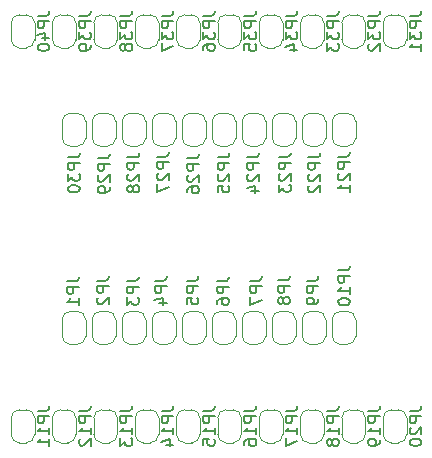
<source format=gbr>
G04 #@! TF.GenerationSoftware,KiCad,Pcbnew,5.1.5+dfsg1-2build2*
G04 #@! TF.CreationDate,2022-09-28T16:30:02-05:00*
G04 #@! TF.ProjectId,C12,4331322e-6b69-4636-9164-5f7063625858,rev?*
G04 #@! TF.SameCoordinates,Original*
G04 #@! TF.FileFunction,Legend,Bot*
G04 #@! TF.FilePolarity,Positive*
%FSLAX46Y46*%
G04 Gerber Fmt 4.6, Leading zero omitted, Abs format (unit mm)*
G04 Created by KiCad (PCBNEW 5.1.5+dfsg1-2build2) date 2022-09-28 16:30:02*
%MOMM*%
%LPD*%
G04 APERTURE LIST*
%ADD10C,0.120000*%
%ADD11C,0.150000*%
G04 APERTURE END LIST*
D10*
X24300000Y-28110000D02*
X24300000Y-26710000D01*
X23600000Y-26010000D02*
X23000000Y-26010000D01*
X22300000Y-26710000D02*
X22300000Y-28110000D01*
X23000000Y-28810000D02*
X23600000Y-28810000D01*
X23600000Y-28810000D02*
G75*
G03X24300000Y-28110000I0J700000D01*
G01*
X22300000Y-28110000D02*
G75*
G03X23000000Y-28810000I700000J0D01*
G01*
X23000000Y-26010000D02*
G75*
G03X22300000Y-26710000I0J-700000D01*
G01*
X24300000Y-26710000D02*
G75*
G03X23600000Y-26010000I-700000J0D01*
G01*
X27800000Y-28110000D02*
X27800000Y-26710000D01*
X27100000Y-26010000D02*
X26500000Y-26010000D01*
X25800000Y-26710000D02*
X25800000Y-28110000D01*
X26500000Y-28810000D02*
X27100000Y-28810000D01*
X27100000Y-28810000D02*
G75*
G03X27800000Y-28110000I0J700000D01*
G01*
X25800000Y-28110000D02*
G75*
G03X26500000Y-28810000I700000J0D01*
G01*
X26500000Y-26010000D02*
G75*
G03X25800000Y-26710000I0J-700000D01*
G01*
X27800000Y-26710000D02*
G75*
G03X27100000Y-26010000I-700000J0D01*
G01*
X31300000Y-28110000D02*
X31300000Y-26710000D01*
X30600000Y-26010000D02*
X30000000Y-26010000D01*
X29300000Y-26710000D02*
X29300000Y-28110000D01*
X30000000Y-28810000D02*
X30600000Y-28810000D01*
X30600000Y-28810000D02*
G75*
G03X31300000Y-28110000I0J700000D01*
G01*
X29300000Y-28110000D02*
G75*
G03X30000000Y-28810000I700000J0D01*
G01*
X30000000Y-26010000D02*
G75*
G03X29300000Y-26710000I0J-700000D01*
G01*
X31300000Y-26710000D02*
G75*
G03X30600000Y-26010000I-700000J0D01*
G01*
X34800000Y-28110000D02*
X34800000Y-26710000D01*
X34100000Y-26010000D02*
X33500000Y-26010000D01*
X32800000Y-26710000D02*
X32800000Y-28110000D01*
X33500000Y-28810000D02*
X34100000Y-28810000D01*
X34100000Y-28810000D02*
G75*
G03X34800000Y-28110000I0J700000D01*
G01*
X32800000Y-28110000D02*
G75*
G03X33500000Y-28810000I700000J0D01*
G01*
X33500000Y-26010000D02*
G75*
G03X32800000Y-26710000I0J-700000D01*
G01*
X34800000Y-26710000D02*
G75*
G03X34100000Y-26010000I-700000J0D01*
G01*
X38300000Y-28110000D02*
X38300000Y-26710000D01*
X37600000Y-26010000D02*
X37000000Y-26010000D01*
X36300000Y-26710000D02*
X36300000Y-28110000D01*
X37000000Y-28810000D02*
X37600000Y-28810000D01*
X37600000Y-28810000D02*
G75*
G03X38300000Y-28110000I0J700000D01*
G01*
X36300000Y-28110000D02*
G75*
G03X37000000Y-28810000I700000J0D01*
G01*
X37000000Y-26010000D02*
G75*
G03X36300000Y-26710000I0J-700000D01*
G01*
X38300000Y-26710000D02*
G75*
G03X37600000Y-26010000I-700000J0D01*
G01*
X41800000Y-28110000D02*
X41800000Y-26710000D01*
X41100000Y-26010000D02*
X40500000Y-26010000D01*
X39800000Y-26710000D02*
X39800000Y-28110000D01*
X40500000Y-28810000D02*
X41100000Y-28810000D01*
X41100000Y-28810000D02*
G75*
G03X41800000Y-28110000I0J700000D01*
G01*
X39800000Y-28110000D02*
G75*
G03X40500000Y-28810000I700000J0D01*
G01*
X40500000Y-26010000D02*
G75*
G03X39800000Y-26710000I0J-700000D01*
G01*
X41800000Y-26710000D02*
G75*
G03X41100000Y-26010000I-700000J0D01*
G01*
X45300000Y-28110000D02*
X45300000Y-26710000D01*
X44600000Y-26010000D02*
X44000000Y-26010000D01*
X43300000Y-26710000D02*
X43300000Y-28110000D01*
X44000000Y-28810000D02*
X44600000Y-28810000D01*
X44600000Y-28810000D02*
G75*
G03X45300000Y-28110000I0J700000D01*
G01*
X43300000Y-28110000D02*
G75*
G03X44000000Y-28810000I700000J0D01*
G01*
X44000000Y-26010000D02*
G75*
G03X43300000Y-26710000I0J-700000D01*
G01*
X45300000Y-26710000D02*
G75*
G03X44600000Y-26010000I-700000J0D01*
G01*
X48800000Y-28110000D02*
X48800000Y-26710000D01*
X48100000Y-26010000D02*
X47500000Y-26010000D01*
X46800000Y-26710000D02*
X46800000Y-28110000D01*
X47500000Y-28810000D02*
X48100000Y-28810000D01*
X48100000Y-28810000D02*
G75*
G03X48800000Y-28110000I0J700000D01*
G01*
X46800000Y-28110000D02*
G75*
G03X47500000Y-28810000I700000J0D01*
G01*
X47500000Y-26010000D02*
G75*
G03X46800000Y-26710000I0J-700000D01*
G01*
X48800000Y-26710000D02*
G75*
G03X48100000Y-26010000I-700000J0D01*
G01*
X52300000Y-28110000D02*
X52300000Y-26710000D01*
X51600000Y-26010000D02*
X51000000Y-26010000D01*
X50300000Y-26710000D02*
X50300000Y-28110000D01*
X51000000Y-28810000D02*
X51600000Y-28810000D01*
X51600000Y-28810000D02*
G75*
G03X52300000Y-28110000I0J700000D01*
G01*
X50300000Y-28110000D02*
G75*
G03X51000000Y-28810000I700000J0D01*
G01*
X51000000Y-26010000D02*
G75*
G03X50300000Y-26710000I0J-700000D01*
G01*
X52300000Y-26710000D02*
G75*
G03X51600000Y-26010000I-700000J0D01*
G01*
X55800000Y-28110000D02*
X55800000Y-26710000D01*
X55100000Y-26010000D02*
X54500000Y-26010000D01*
X53800000Y-26710000D02*
X53800000Y-28110000D01*
X54500000Y-28810000D02*
X55100000Y-28810000D01*
X55100000Y-28810000D02*
G75*
G03X55800000Y-28110000I0J700000D01*
G01*
X53800000Y-28110000D02*
G75*
G03X54500000Y-28810000I700000J0D01*
G01*
X54500000Y-26010000D02*
G75*
G03X53800000Y-26710000I0J-700000D01*
G01*
X55800000Y-26710000D02*
G75*
G03X55100000Y-26010000I-700000J0D01*
G01*
X26620000Y-35043000D02*
X26620000Y-36443000D01*
X27320000Y-37143000D02*
X27920000Y-37143000D01*
X28620000Y-36443000D02*
X28620000Y-35043000D01*
X27920000Y-34343000D02*
X27320000Y-34343000D01*
X27320000Y-34343000D02*
G75*
G03X26620000Y-35043000I0J-700000D01*
G01*
X28620000Y-35043000D02*
G75*
G03X27920000Y-34343000I-700000J0D01*
G01*
X27920000Y-37143000D02*
G75*
G03X28620000Y-36443000I0J700000D01*
G01*
X26620000Y-36443000D02*
G75*
G03X27320000Y-37143000I700000J0D01*
G01*
X29160000Y-35043000D02*
X29160000Y-36443000D01*
X29860000Y-37143000D02*
X30460000Y-37143000D01*
X31160000Y-36443000D02*
X31160000Y-35043000D01*
X30460000Y-34343000D02*
X29860000Y-34343000D01*
X29860000Y-34343000D02*
G75*
G03X29160000Y-35043000I0J-700000D01*
G01*
X31160000Y-35043000D02*
G75*
G03X30460000Y-34343000I-700000J0D01*
G01*
X30460000Y-37143000D02*
G75*
G03X31160000Y-36443000I0J700000D01*
G01*
X29160000Y-36443000D02*
G75*
G03X29860000Y-37143000I700000J0D01*
G01*
X31700000Y-35043000D02*
X31700000Y-36443000D01*
X32400000Y-37143000D02*
X33000000Y-37143000D01*
X33700000Y-36443000D02*
X33700000Y-35043000D01*
X33000000Y-34343000D02*
X32400000Y-34343000D01*
X32400000Y-34343000D02*
G75*
G03X31700000Y-35043000I0J-700000D01*
G01*
X33700000Y-35043000D02*
G75*
G03X33000000Y-34343000I-700000J0D01*
G01*
X33000000Y-37143000D02*
G75*
G03X33700000Y-36443000I0J700000D01*
G01*
X31700000Y-36443000D02*
G75*
G03X32400000Y-37143000I700000J0D01*
G01*
X34240000Y-35043000D02*
X34240000Y-36443000D01*
X34940000Y-37143000D02*
X35540000Y-37143000D01*
X36240000Y-36443000D02*
X36240000Y-35043000D01*
X35540000Y-34343000D02*
X34940000Y-34343000D01*
X34940000Y-34343000D02*
G75*
G03X34240000Y-35043000I0J-700000D01*
G01*
X36240000Y-35043000D02*
G75*
G03X35540000Y-34343000I-700000J0D01*
G01*
X35540000Y-37143000D02*
G75*
G03X36240000Y-36443000I0J700000D01*
G01*
X34240000Y-36443000D02*
G75*
G03X34940000Y-37143000I700000J0D01*
G01*
X36780000Y-35043000D02*
X36780000Y-36443000D01*
X37480000Y-37143000D02*
X38080000Y-37143000D01*
X38780000Y-36443000D02*
X38780000Y-35043000D01*
X38080000Y-34343000D02*
X37480000Y-34343000D01*
X37480000Y-34343000D02*
G75*
G03X36780000Y-35043000I0J-700000D01*
G01*
X38780000Y-35043000D02*
G75*
G03X38080000Y-34343000I-700000J0D01*
G01*
X38080000Y-37143000D02*
G75*
G03X38780000Y-36443000I0J700000D01*
G01*
X36780000Y-36443000D02*
G75*
G03X37480000Y-37143000I700000J0D01*
G01*
X39320000Y-35043000D02*
X39320000Y-36443000D01*
X40020000Y-37143000D02*
X40620000Y-37143000D01*
X41320000Y-36443000D02*
X41320000Y-35043000D01*
X40620000Y-34343000D02*
X40020000Y-34343000D01*
X40020000Y-34343000D02*
G75*
G03X39320000Y-35043000I0J-700000D01*
G01*
X41320000Y-35043000D02*
G75*
G03X40620000Y-34343000I-700000J0D01*
G01*
X40620000Y-37143000D02*
G75*
G03X41320000Y-36443000I0J700000D01*
G01*
X39320000Y-36443000D02*
G75*
G03X40020000Y-37143000I700000J0D01*
G01*
X41860000Y-35043000D02*
X41860000Y-36443000D01*
X42560000Y-37143000D02*
X43160000Y-37143000D01*
X43860000Y-36443000D02*
X43860000Y-35043000D01*
X43160000Y-34343000D02*
X42560000Y-34343000D01*
X42560000Y-34343000D02*
G75*
G03X41860000Y-35043000I0J-700000D01*
G01*
X43860000Y-35043000D02*
G75*
G03X43160000Y-34343000I-700000J0D01*
G01*
X43160000Y-37143000D02*
G75*
G03X43860000Y-36443000I0J700000D01*
G01*
X41860000Y-36443000D02*
G75*
G03X42560000Y-37143000I700000J0D01*
G01*
X44400000Y-35043000D02*
X44400000Y-36443000D01*
X45100000Y-37143000D02*
X45700000Y-37143000D01*
X46400000Y-36443000D02*
X46400000Y-35043000D01*
X45700000Y-34343000D02*
X45100000Y-34343000D01*
X45100000Y-34343000D02*
G75*
G03X44400000Y-35043000I0J-700000D01*
G01*
X46400000Y-35043000D02*
G75*
G03X45700000Y-34343000I-700000J0D01*
G01*
X45700000Y-37143000D02*
G75*
G03X46400000Y-36443000I0J700000D01*
G01*
X44400000Y-36443000D02*
G75*
G03X45100000Y-37143000I700000J0D01*
G01*
X46940000Y-35043000D02*
X46940000Y-36443000D01*
X47640000Y-37143000D02*
X48240000Y-37143000D01*
X48940000Y-36443000D02*
X48940000Y-35043000D01*
X48240000Y-34343000D02*
X47640000Y-34343000D01*
X47640000Y-34343000D02*
G75*
G03X46940000Y-35043000I0J-700000D01*
G01*
X48940000Y-35043000D02*
G75*
G03X48240000Y-34343000I-700000J0D01*
G01*
X48240000Y-37143000D02*
G75*
G03X48940000Y-36443000I0J700000D01*
G01*
X46940000Y-36443000D02*
G75*
G03X47640000Y-37143000I700000J0D01*
G01*
X49480000Y-35043000D02*
X49480000Y-36443000D01*
X50180000Y-37143000D02*
X50780000Y-37143000D01*
X51480000Y-36443000D02*
X51480000Y-35043000D01*
X50780000Y-34343000D02*
X50180000Y-34343000D01*
X50180000Y-34343000D02*
G75*
G03X49480000Y-35043000I0J-700000D01*
G01*
X51480000Y-35043000D02*
G75*
G03X50780000Y-34343000I-700000J0D01*
G01*
X50780000Y-37143000D02*
G75*
G03X51480000Y-36443000I0J700000D01*
G01*
X49480000Y-36443000D02*
G75*
G03X50180000Y-37143000I700000J0D01*
G01*
X55800000Y-61550000D02*
X55800000Y-60150000D01*
X55100000Y-59450000D02*
X54500000Y-59450000D01*
X53800000Y-60150000D02*
X53800000Y-61550000D01*
X54500000Y-62250000D02*
X55100000Y-62250000D01*
X55100000Y-62250000D02*
G75*
G03X55800000Y-61550000I0J700000D01*
G01*
X53800000Y-61550000D02*
G75*
G03X54500000Y-62250000I700000J0D01*
G01*
X54500000Y-59450000D02*
G75*
G03X53800000Y-60150000I0J-700000D01*
G01*
X55800000Y-60150000D02*
G75*
G03X55100000Y-59450000I-700000J0D01*
G01*
X52300000Y-61550000D02*
X52300000Y-60150000D01*
X51600000Y-59450000D02*
X51000000Y-59450000D01*
X50300000Y-60150000D02*
X50300000Y-61550000D01*
X51000000Y-62250000D02*
X51600000Y-62250000D01*
X51600000Y-62250000D02*
G75*
G03X52300000Y-61550000I0J700000D01*
G01*
X50300000Y-61550000D02*
G75*
G03X51000000Y-62250000I700000J0D01*
G01*
X51000000Y-59450000D02*
G75*
G03X50300000Y-60150000I0J-700000D01*
G01*
X52300000Y-60150000D02*
G75*
G03X51600000Y-59450000I-700000J0D01*
G01*
X48800000Y-61550000D02*
X48800000Y-60150000D01*
X48100000Y-59450000D02*
X47500000Y-59450000D01*
X46800000Y-60150000D02*
X46800000Y-61550000D01*
X47500000Y-62250000D02*
X48100000Y-62250000D01*
X48100000Y-62250000D02*
G75*
G03X48800000Y-61550000I0J700000D01*
G01*
X46800000Y-61550000D02*
G75*
G03X47500000Y-62250000I700000J0D01*
G01*
X47500000Y-59450000D02*
G75*
G03X46800000Y-60150000I0J-700000D01*
G01*
X48800000Y-60150000D02*
G75*
G03X48100000Y-59450000I-700000J0D01*
G01*
X45300000Y-61550000D02*
X45300000Y-60150000D01*
X44600000Y-59450000D02*
X44000000Y-59450000D01*
X43300000Y-60150000D02*
X43300000Y-61550000D01*
X44000000Y-62250000D02*
X44600000Y-62250000D01*
X44600000Y-62250000D02*
G75*
G03X45300000Y-61550000I0J700000D01*
G01*
X43300000Y-61550000D02*
G75*
G03X44000000Y-62250000I700000J0D01*
G01*
X44000000Y-59450000D02*
G75*
G03X43300000Y-60150000I0J-700000D01*
G01*
X45300000Y-60150000D02*
G75*
G03X44600000Y-59450000I-700000J0D01*
G01*
X41800000Y-61550000D02*
X41800000Y-60150000D01*
X41100000Y-59450000D02*
X40500000Y-59450000D01*
X39800000Y-60150000D02*
X39800000Y-61550000D01*
X40500000Y-62250000D02*
X41100000Y-62250000D01*
X41100000Y-62250000D02*
G75*
G03X41800000Y-61550000I0J700000D01*
G01*
X39800000Y-61550000D02*
G75*
G03X40500000Y-62250000I700000J0D01*
G01*
X40500000Y-59450000D02*
G75*
G03X39800000Y-60150000I0J-700000D01*
G01*
X41800000Y-60150000D02*
G75*
G03X41100000Y-59450000I-700000J0D01*
G01*
X38300000Y-61550000D02*
X38300000Y-60150000D01*
X37600000Y-59450000D02*
X37000000Y-59450000D01*
X36300000Y-60150000D02*
X36300000Y-61550000D01*
X37000000Y-62250000D02*
X37600000Y-62250000D01*
X37600000Y-62250000D02*
G75*
G03X38300000Y-61550000I0J700000D01*
G01*
X36300000Y-61550000D02*
G75*
G03X37000000Y-62250000I700000J0D01*
G01*
X37000000Y-59450000D02*
G75*
G03X36300000Y-60150000I0J-700000D01*
G01*
X38300000Y-60150000D02*
G75*
G03X37600000Y-59450000I-700000J0D01*
G01*
X34800000Y-61550000D02*
X34800000Y-60150000D01*
X34100000Y-59450000D02*
X33500000Y-59450000D01*
X32800000Y-60150000D02*
X32800000Y-61550000D01*
X33500000Y-62250000D02*
X34100000Y-62250000D01*
X34100000Y-62250000D02*
G75*
G03X34800000Y-61550000I0J700000D01*
G01*
X32800000Y-61550000D02*
G75*
G03X33500000Y-62250000I700000J0D01*
G01*
X33500000Y-59450000D02*
G75*
G03X32800000Y-60150000I0J-700000D01*
G01*
X34800000Y-60150000D02*
G75*
G03X34100000Y-59450000I-700000J0D01*
G01*
X31300000Y-61550000D02*
X31300000Y-60150000D01*
X30600000Y-59450000D02*
X30000000Y-59450000D01*
X29300000Y-60150000D02*
X29300000Y-61550000D01*
X30000000Y-62250000D02*
X30600000Y-62250000D01*
X30600000Y-62250000D02*
G75*
G03X31300000Y-61550000I0J700000D01*
G01*
X29300000Y-61550000D02*
G75*
G03X30000000Y-62250000I700000J0D01*
G01*
X30000000Y-59450000D02*
G75*
G03X29300000Y-60150000I0J-700000D01*
G01*
X31300000Y-60150000D02*
G75*
G03X30600000Y-59450000I-700000J0D01*
G01*
X27800000Y-61550000D02*
X27800000Y-60150000D01*
X27100000Y-59450000D02*
X26500000Y-59450000D01*
X25800000Y-60150000D02*
X25800000Y-61550000D01*
X26500000Y-62250000D02*
X27100000Y-62250000D01*
X27100000Y-62250000D02*
G75*
G03X27800000Y-61550000I0J700000D01*
G01*
X25800000Y-61550000D02*
G75*
G03X26500000Y-62250000I700000J0D01*
G01*
X26500000Y-59450000D02*
G75*
G03X25800000Y-60150000I0J-700000D01*
G01*
X27800000Y-60150000D02*
G75*
G03X27100000Y-59450000I-700000J0D01*
G01*
X24300000Y-61550000D02*
X24300000Y-60150000D01*
X23600000Y-59450000D02*
X23000000Y-59450000D01*
X22300000Y-60150000D02*
X22300000Y-61550000D01*
X23000000Y-62250000D02*
X23600000Y-62250000D01*
X23600000Y-62250000D02*
G75*
G03X24300000Y-61550000I0J700000D01*
G01*
X22300000Y-61550000D02*
G75*
G03X23000000Y-62250000I700000J0D01*
G01*
X23000000Y-59450000D02*
G75*
G03X22300000Y-60150000I0J-700000D01*
G01*
X24300000Y-60150000D02*
G75*
G03X23600000Y-59450000I-700000J0D01*
G01*
X49480000Y-51817000D02*
X49480000Y-53217000D01*
X50180000Y-53917000D02*
X50780000Y-53917000D01*
X51480000Y-53217000D02*
X51480000Y-51817000D01*
X50780000Y-51117000D02*
X50180000Y-51117000D01*
X50180000Y-51117000D02*
G75*
G03X49480000Y-51817000I0J-700000D01*
G01*
X51480000Y-51817000D02*
G75*
G03X50780000Y-51117000I-700000J0D01*
G01*
X50780000Y-53917000D02*
G75*
G03X51480000Y-53217000I0J700000D01*
G01*
X49480000Y-53217000D02*
G75*
G03X50180000Y-53917000I700000J0D01*
G01*
X46940000Y-51817000D02*
X46940000Y-53217000D01*
X47640000Y-53917000D02*
X48240000Y-53917000D01*
X48940000Y-53217000D02*
X48940000Y-51817000D01*
X48240000Y-51117000D02*
X47640000Y-51117000D01*
X47640000Y-51117000D02*
G75*
G03X46940000Y-51817000I0J-700000D01*
G01*
X48940000Y-51817000D02*
G75*
G03X48240000Y-51117000I-700000J0D01*
G01*
X48240000Y-53917000D02*
G75*
G03X48940000Y-53217000I0J700000D01*
G01*
X46940000Y-53217000D02*
G75*
G03X47640000Y-53917000I700000J0D01*
G01*
X44400000Y-51817000D02*
X44400000Y-53217000D01*
X45100000Y-53917000D02*
X45700000Y-53917000D01*
X46400000Y-53217000D02*
X46400000Y-51817000D01*
X45700000Y-51117000D02*
X45100000Y-51117000D01*
X45100000Y-51117000D02*
G75*
G03X44400000Y-51817000I0J-700000D01*
G01*
X46400000Y-51817000D02*
G75*
G03X45700000Y-51117000I-700000J0D01*
G01*
X45700000Y-53917000D02*
G75*
G03X46400000Y-53217000I0J700000D01*
G01*
X44400000Y-53217000D02*
G75*
G03X45100000Y-53917000I700000J0D01*
G01*
X41860000Y-51817000D02*
X41860000Y-53217000D01*
X42560000Y-53917000D02*
X43160000Y-53917000D01*
X43860000Y-53217000D02*
X43860000Y-51817000D01*
X43160000Y-51117000D02*
X42560000Y-51117000D01*
X42560000Y-51117000D02*
G75*
G03X41860000Y-51817000I0J-700000D01*
G01*
X43860000Y-51817000D02*
G75*
G03X43160000Y-51117000I-700000J0D01*
G01*
X43160000Y-53917000D02*
G75*
G03X43860000Y-53217000I0J700000D01*
G01*
X41860000Y-53217000D02*
G75*
G03X42560000Y-53917000I700000J0D01*
G01*
X39320000Y-51817000D02*
X39320000Y-53217000D01*
X40020000Y-53917000D02*
X40620000Y-53917000D01*
X41320000Y-53217000D02*
X41320000Y-51817000D01*
X40620000Y-51117000D02*
X40020000Y-51117000D01*
X40020000Y-51117000D02*
G75*
G03X39320000Y-51817000I0J-700000D01*
G01*
X41320000Y-51817000D02*
G75*
G03X40620000Y-51117000I-700000J0D01*
G01*
X40620000Y-53917000D02*
G75*
G03X41320000Y-53217000I0J700000D01*
G01*
X39320000Y-53217000D02*
G75*
G03X40020000Y-53917000I700000J0D01*
G01*
X36780000Y-51817000D02*
X36780000Y-53217000D01*
X37480000Y-53917000D02*
X38080000Y-53917000D01*
X38780000Y-53217000D02*
X38780000Y-51817000D01*
X38080000Y-51117000D02*
X37480000Y-51117000D01*
X37480000Y-51117000D02*
G75*
G03X36780000Y-51817000I0J-700000D01*
G01*
X38780000Y-51817000D02*
G75*
G03X38080000Y-51117000I-700000J0D01*
G01*
X38080000Y-53917000D02*
G75*
G03X38780000Y-53217000I0J700000D01*
G01*
X36780000Y-53217000D02*
G75*
G03X37480000Y-53917000I700000J0D01*
G01*
X34240000Y-51817000D02*
X34240000Y-53217000D01*
X34940000Y-53917000D02*
X35540000Y-53917000D01*
X36240000Y-53217000D02*
X36240000Y-51817000D01*
X35540000Y-51117000D02*
X34940000Y-51117000D01*
X34940000Y-51117000D02*
G75*
G03X34240000Y-51817000I0J-700000D01*
G01*
X36240000Y-51817000D02*
G75*
G03X35540000Y-51117000I-700000J0D01*
G01*
X35540000Y-53917000D02*
G75*
G03X36240000Y-53217000I0J700000D01*
G01*
X34240000Y-53217000D02*
G75*
G03X34940000Y-53917000I700000J0D01*
G01*
X31700000Y-51817000D02*
X31700000Y-53217000D01*
X32400000Y-53917000D02*
X33000000Y-53917000D01*
X33700000Y-53217000D02*
X33700000Y-51817000D01*
X33000000Y-51117000D02*
X32400000Y-51117000D01*
X32400000Y-51117000D02*
G75*
G03X31700000Y-51817000I0J-700000D01*
G01*
X33700000Y-51817000D02*
G75*
G03X33000000Y-51117000I-700000J0D01*
G01*
X33000000Y-53917000D02*
G75*
G03X33700000Y-53217000I0J700000D01*
G01*
X31700000Y-53217000D02*
G75*
G03X32400000Y-53917000I700000J0D01*
G01*
X29160000Y-51817000D02*
X29160000Y-53217000D01*
X29860000Y-53917000D02*
X30460000Y-53917000D01*
X31160000Y-53217000D02*
X31160000Y-51817000D01*
X30460000Y-51117000D02*
X29860000Y-51117000D01*
X29860000Y-51117000D02*
G75*
G03X29160000Y-51817000I0J-700000D01*
G01*
X31160000Y-51817000D02*
G75*
G03X30460000Y-51117000I-700000J0D01*
G01*
X30460000Y-53917000D02*
G75*
G03X31160000Y-53217000I0J700000D01*
G01*
X29160000Y-53217000D02*
G75*
G03X29860000Y-53917000I700000J0D01*
G01*
X26620000Y-51817000D02*
X26620000Y-53217000D01*
X27320000Y-53917000D02*
X27920000Y-53917000D01*
X28620000Y-53217000D02*
X28620000Y-51817000D01*
X27920000Y-51117000D02*
X27320000Y-51117000D01*
X27320000Y-51117000D02*
G75*
G03X26620000Y-51817000I0J-700000D01*
G01*
X28620000Y-51817000D02*
G75*
G03X27920000Y-51117000I-700000J0D01*
G01*
X27920000Y-53917000D02*
G75*
G03X28620000Y-53217000I0J700000D01*
G01*
X26620000Y-53217000D02*
G75*
G03X27320000Y-53917000I700000J0D01*
G01*
D11*
X24552380Y-26100476D02*
X25266666Y-26100476D01*
X25409523Y-26052857D01*
X25504761Y-25957619D01*
X25552380Y-25814761D01*
X25552380Y-25719523D01*
X25552380Y-26576666D02*
X24552380Y-26576666D01*
X24552380Y-26957619D01*
X24600000Y-27052857D01*
X24647619Y-27100476D01*
X24742857Y-27148095D01*
X24885714Y-27148095D01*
X24980952Y-27100476D01*
X25028571Y-27052857D01*
X25076190Y-26957619D01*
X25076190Y-26576666D01*
X24885714Y-28005238D02*
X25552380Y-28005238D01*
X24504761Y-27767142D02*
X25219047Y-27529047D01*
X25219047Y-28148095D01*
X24552380Y-28719523D02*
X24552380Y-28814761D01*
X24600000Y-28910000D01*
X24647619Y-28957619D01*
X24742857Y-29005238D01*
X24933333Y-29052857D01*
X25171428Y-29052857D01*
X25361904Y-29005238D01*
X25457142Y-28957619D01*
X25504761Y-28910000D01*
X25552380Y-28814761D01*
X25552380Y-28719523D01*
X25504761Y-28624285D01*
X25457142Y-28576666D01*
X25361904Y-28529047D01*
X25171428Y-28481428D01*
X24933333Y-28481428D01*
X24742857Y-28529047D01*
X24647619Y-28576666D01*
X24600000Y-28624285D01*
X24552380Y-28719523D01*
X28052380Y-26100476D02*
X28766666Y-26100476D01*
X28909523Y-26052857D01*
X29004761Y-25957619D01*
X29052380Y-25814761D01*
X29052380Y-25719523D01*
X29052380Y-26576666D02*
X28052380Y-26576666D01*
X28052380Y-26957619D01*
X28100000Y-27052857D01*
X28147619Y-27100476D01*
X28242857Y-27148095D01*
X28385714Y-27148095D01*
X28480952Y-27100476D01*
X28528571Y-27052857D01*
X28576190Y-26957619D01*
X28576190Y-26576666D01*
X28052380Y-27481428D02*
X28052380Y-28100476D01*
X28433333Y-27767142D01*
X28433333Y-27910000D01*
X28480952Y-28005238D01*
X28528571Y-28052857D01*
X28623809Y-28100476D01*
X28861904Y-28100476D01*
X28957142Y-28052857D01*
X29004761Y-28005238D01*
X29052380Y-27910000D01*
X29052380Y-27624285D01*
X29004761Y-27529047D01*
X28957142Y-27481428D01*
X29052380Y-28576666D02*
X29052380Y-28767142D01*
X29004761Y-28862380D01*
X28957142Y-28910000D01*
X28814285Y-29005238D01*
X28623809Y-29052857D01*
X28242857Y-29052857D01*
X28147619Y-29005238D01*
X28100000Y-28957619D01*
X28052380Y-28862380D01*
X28052380Y-28671904D01*
X28100000Y-28576666D01*
X28147619Y-28529047D01*
X28242857Y-28481428D01*
X28480952Y-28481428D01*
X28576190Y-28529047D01*
X28623809Y-28576666D01*
X28671428Y-28671904D01*
X28671428Y-28862380D01*
X28623809Y-28957619D01*
X28576190Y-29005238D01*
X28480952Y-29052857D01*
X31552380Y-26100476D02*
X32266666Y-26100476D01*
X32409523Y-26052857D01*
X32504761Y-25957619D01*
X32552380Y-25814761D01*
X32552380Y-25719523D01*
X32552380Y-26576666D02*
X31552380Y-26576666D01*
X31552380Y-26957619D01*
X31600000Y-27052857D01*
X31647619Y-27100476D01*
X31742857Y-27148095D01*
X31885714Y-27148095D01*
X31980952Y-27100476D01*
X32028571Y-27052857D01*
X32076190Y-26957619D01*
X32076190Y-26576666D01*
X31552380Y-27481428D02*
X31552380Y-28100476D01*
X31933333Y-27767142D01*
X31933333Y-27910000D01*
X31980952Y-28005238D01*
X32028571Y-28052857D01*
X32123809Y-28100476D01*
X32361904Y-28100476D01*
X32457142Y-28052857D01*
X32504761Y-28005238D01*
X32552380Y-27910000D01*
X32552380Y-27624285D01*
X32504761Y-27529047D01*
X32457142Y-27481428D01*
X31980952Y-28671904D02*
X31933333Y-28576666D01*
X31885714Y-28529047D01*
X31790476Y-28481428D01*
X31742857Y-28481428D01*
X31647619Y-28529047D01*
X31600000Y-28576666D01*
X31552380Y-28671904D01*
X31552380Y-28862380D01*
X31600000Y-28957619D01*
X31647619Y-29005238D01*
X31742857Y-29052857D01*
X31790476Y-29052857D01*
X31885714Y-29005238D01*
X31933333Y-28957619D01*
X31980952Y-28862380D01*
X31980952Y-28671904D01*
X32028571Y-28576666D01*
X32076190Y-28529047D01*
X32171428Y-28481428D01*
X32361904Y-28481428D01*
X32457142Y-28529047D01*
X32504761Y-28576666D01*
X32552380Y-28671904D01*
X32552380Y-28862380D01*
X32504761Y-28957619D01*
X32457142Y-29005238D01*
X32361904Y-29052857D01*
X32171428Y-29052857D01*
X32076190Y-29005238D01*
X32028571Y-28957619D01*
X31980952Y-28862380D01*
X35052380Y-26100476D02*
X35766666Y-26100476D01*
X35909523Y-26052857D01*
X36004761Y-25957619D01*
X36052380Y-25814761D01*
X36052380Y-25719523D01*
X36052380Y-26576666D02*
X35052380Y-26576666D01*
X35052380Y-26957619D01*
X35100000Y-27052857D01*
X35147619Y-27100476D01*
X35242857Y-27148095D01*
X35385714Y-27148095D01*
X35480952Y-27100476D01*
X35528571Y-27052857D01*
X35576190Y-26957619D01*
X35576190Y-26576666D01*
X35052380Y-27481428D02*
X35052380Y-28100476D01*
X35433333Y-27767142D01*
X35433333Y-27910000D01*
X35480952Y-28005238D01*
X35528571Y-28052857D01*
X35623809Y-28100476D01*
X35861904Y-28100476D01*
X35957142Y-28052857D01*
X36004761Y-28005238D01*
X36052380Y-27910000D01*
X36052380Y-27624285D01*
X36004761Y-27529047D01*
X35957142Y-27481428D01*
X35052380Y-28433809D02*
X35052380Y-29100476D01*
X36052380Y-28671904D01*
X38552380Y-26100476D02*
X39266666Y-26100476D01*
X39409523Y-26052857D01*
X39504761Y-25957619D01*
X39552380Y-25814761D01*
X39552380Y-25719523D01*
X39552380Y-26576666D02*
X38552380Y-26576666D01*
X38552380Y-26957619D01*
X38600000Y-27052857D01*
X38647619Y-27100476D01*
X38742857Y-27148095D01*
X38885714Y-27148095D01*
X38980952Y-27100476D01*
X39028571Y-27052857D01*
X39076190Y-26957619D01*
X39076190Y-26576666D01*
X38552380Y-27481428D02*
X38552380Y-28100476D01*
X38933333Y-27767142D01*
X38933333Y-27910000D01*
X38980952Y-28005238D01*
X39028571Y-28052857D01*
X39123809Y-28100476D01*
X39361904Y-28100476D01*
X39457142Y-28052857D01*
X39504761Y-28005238D01*
X39552380Y-27910000D01*
X39552380Y-27624285D01*
X39504761Y-27529047D01*
X39457142Y-27481428D01*
X38552380Y-28957619D02*
X38552380Y-28767142D01*
X38600000Y-28671904D01*
X38647619Y-28624285D01*
X38790476Y-28529047D01*
X38980952Y-28481428D01*
X39361904Y-28481428D01*
X39457142Y-28529047D01*
X39504761Y-28576666D01*
X39552380Y-28671904D01*
X39552380Y-28862380D01*
X39504761Y-28957619D01*
X39457142Y-29005238D01*
X39361904Y-29052857D01*
X39123809Y-29052857D01*
X39028571Y-29005238D01*
X38980952Y-28957619D01*
X38933333Y-28862380D01*
X38933333Y-28671904D01*
X38980952Y-28576666D01*
X39028571Y-28529047D01*
X39123809Y-28481428D01*
X42052380Y-26100476D02*
X42766666Y-26100476D01*
X42909523Y-26052857D01*
X43004761Y-25957619D01*
X43052380Y-25814761D01*
X43052380Y-25719523D01*
X43052380Y-26576666D02*
X42052380Y-26576666D01*
X42052380Y-26957619D01*
X42100000Y-27052857D01*
X42147619Y-27100476D01*
X42242857Y-27148095D01*
X42385714Y-27148095D01*
X42480952Y-27100476D01*
X42528571Y-27052857D01*
X42576190Y-26957619D01*
X42576190Y-26576666D01*
X42052380Y-27481428D02*
X42052380Y-28100476D01*
X42433333Y-27767142D01*
X42433333Y-27910000D01*
X42480952Y-28005238D01*
X42528571Y-28052857D01*
X42623809Y-28100476D01*
X42861904Y-28100476D01*
X42957142Y-28052857D01*
X43004761Y-28005238D01*
X43052380Y-27910000D01*
X43052380Y-27624285D01*
X43004761Y-27529047D01*
X42957142Y-27481428D01*
X42052380Y-29005238D02*
X42052380Y-28529047D01*
X42528571Y-28481428D01*
X42480952Y-28529047D01*
X42433333Y-28624285D01*
X42433333Y-28862380D01*
X42480952Y-28957619D01*
X42528571Y-29005238D01*
X42623809Y-29052857D01*
X42861904Y-29052857D01*
X42957142Y-29005238D01*
X43004761Y-28957619D01*
X43052380Y-28862380D01*
X43052380Y-28624285D01*
X43004761Y-28529047D01*
X42957142Y-28481428D01*
X45552380Y-26100476D02*
X46266666Y-26100476D01*
X46409523Y-26052857D01*
X46504761Y-25957619D01*
X46552380Y-25814761D01*
X46552380Y-25719523D01*
X46552380Y-26576666D02*
X45552380Y-26576666D01*
X45552380Y-26957619D01*
X45600000Y-27052857D01*
X45647619Y-27100476D01*
X45742857Y-27148095D01*
X45885714Y-27148095D01*
X45980952Y-27100476D01*
X46028571Y-27052857D01*
X46076190Y-26957619D01*
X46076190Y-26576666D01*
X45552380Y-27481428D02*
X45552380Y-28100476D01*
X45933333Y-27767142D01*
X45933333Y-27910000D01*
X45980952Y-28005238D01*
X46028571Y-28052857D01*
X46123809Y-28100476D01*
X46361904Y-28100476D01*
X46457142Y-28052857D01*
X46504761Y-28005238D01*
X46552380Y-27910000D01*
X46552380Y-27624285D01*
X46504761Y-27529047D01*
X46457142Y-27481428D01*
X45885714Y-28957619D02*
X46552380Y-28957619D01*
X45504761Y-28719523D02*
X46219047Y-28481428D01*
X46219047Y-29100476D01*
X49052380Y-26100476D02*
X49766666Y-26100476D01*
X49909523Y-26052857D01*
X50004761Y-25957619D01*
X50052380Y-25814761D01*
X50052380Y-25719523D01*
X50052380Y-26576666D02*
X49052380Y-26576666D01*
X49052380Y-26957619D01*
X49100000Y-27052857D01*
X49147619Y-27100476D01*
X49242857Y-27148095D01*
X49385714Y-27148095D01*
X49480952Y-27100476D01*
X49528571Y-27052857D01*
X49576190Y-26957619D01*
X49576190Y-26576666D01*
X49052380Y-27481428D02*
X49052380Y-28100476D01*
X49433333Y-27767142D01*
X49433333Y-27910000D01*
X49480952Y-28005238D01*
X49528571Y-28052857D01*
X49623809Y-28100476D01*
X49861904Y-28100476D01*
X49957142Y-28052857D01*
X50004761Y-28005238D01*
X50052380Y-27910000D01*
X50052380Y-27624285D01*
X50004761Y-27529047D01*
X49957142Y-27481428D01*
X49052380Y-28433809D02*
X49052380Y-29052857D01*
X49433333Y-28719523D01*
X49433333Y-28862380D01*
X49480952Y-28957619D01*
X49528571Y-29005238D01*
X49623809Y-29052857D01*
X49861904Y-29052857D01*
X49957142Y-29005238D01*
X50004761Y-28957619D01*
X50052380Y-28862380D01*
X50052380Y-28576666D01*
X50004761Y-28481428D01*
X49957142Y-28433809D01*
X52552380Y-26100476D02*
X53266666Y-26100476D01*
X53409523Y-26052857D01*
X53504761Y-25957619D01*
X53552380Y-25814761D01*
X53552380Y-25719523D01*
X53552380Y-26576666D02*
X52552380Y-26576666D01*
X52552380Y-26957619D01*
X52600000Y-27052857D01*
X52647619Y-27100476D01*
X52742857Y-27148095D01*
X52885714Y-27148095D01*
X52980952Y-27100476D01*
X53028571Y-27052857D01*
X53076190Y-26957619D01*
X53076190Y-26576666D01*
X52552380Y-27481428D02*
X52552380Y-28100476D01*
X52933333Y-27767142D01*
X52933333Y-27910000D01*
X52980952Y-28005238D01*
X53028571Y-28052857D01*
X53123809Y-28100476D01*
X53361904Y-28100476D01*
X53457142Y-28052857D01*
X53504761Y-28005238D01*
X53552380Y-27910000D01*
X53552380Y-27624285D01*
X53504761Y-27529047D01*
X53457142Y-27481428D01*
X52647619Y-28481428D02*
X52600000Y-28529047D01*
X52552380Y-28624285D01*
X52552380Y-28862380D01*
X52600000Y-28957619D01*
X52647619Y-29005238D01*
X52742857Y-29052857D01*
X52838095Y-29052857D01*
X52980952Y-29005238D01*
X53552380Y-28433809D01*
X53552380Y-29052857D01*
X56052380Y-26100476D02*
X56766666Y-26100476D01*
X56909523Y-26052857D01*
X57004761Y-25957619D01*
X57052380Y-25814761D01*
X57052380Y-25719523D01*
X57052380Y-26576666D02*
X56052380Y-26576666D01*
X56052380Y-26957619D01*
X56100000Y-27052857D01*
X56147619Y-27100476D01*
X56242857Y-27148095D01*
X56385714Y-27148095D01*
X56480952Y-27100476D01*
X56528571Y-27052857D01*
X56576190Y-26957619D01*
X56576190Y-26576666D01*
X56052380Y-27481428D02*
X56052380Y-28100476D01*
X56433333Y-27767142D01*
X56433333Y-27910000D01*
X56480952Y-28005238D01*
X56528571Y-28052857D01*
X56623809Y-28100476D01*
X56861904Y-28100476D01*
X56957142Y-28052857D01*
X57004761Y-28005238D01*
X57052380Y-27910000D01*
X57052380Y-27624285D01*
X57004761Y-27529047D01*
X56957142Y-27481428D01*
X57052380Y-29052857D02*
X57052380Y-28481428D01*
X57052380Y-28767142D02*
X56052380Y-28767142D01*
X56195238Y-28671904D01*
X56290476Y-28576666D01*
X56338095Y-28481428D01*
X27118060Y-38080836D02*
X27832346Y-38080836D01*
X27975203Y-38033217D01*
X28070441Y-37937979D01*
X28118060Y-37795121D01*
X28118060Y-37699883D01*
X28118060Y-38557026D02*
X27118060Y-38557026D01*
X27118060Y-38937979D01*
X27165680Y-39033217D01*
X27213299Y-39080836D01*
X27308537Y-39128455D01*
X27451394Y-39128455D01*
X27546632Y-39080836D01*
X27594251Y-39033217D01*
X27641870Y-38937979D01*
X27641870Y-38557026D01*
X27118060Y-39461788D02*
X27118060Y-40080836D01*
X27499013Y-39747502D01*
X27499013Y-39890360D01*
X27546632Y-39985598D01*
X27594251Y-40033217D01*
X27689489Y-40080836D01*
X27927584Y-40080836D01*
X28022822Y-40033217D01*
X28070441Y-39985598D01*
X28118060Y-39890360D01*
X28118060Y-39604645D01*
X28070441Y-39509407D01*
X28022822Y-39461788D01*
X27118060Y-40699883D02*
X27118060Y-40795121D01*
X27165680Y-40890360D01*
X27213299Y-40937979D01*
X27308537Y-40985598D01*
X27499013Y-41033217D01*
X27737108Y-41033217D01*
X27927584Y-40985598D01*
X28022822Y-40937979D01*
X28070441Y-40890360D01*
X28118060Y-40795121D01*
X28118060Y-40699883D01*
X28070441Y-40604645D01*
X28022822Y-40557026D01*
X27927584Y-40509407D01*
X27737108Y-40461788D01*
X27499013Y-40461788D01*
X27308537Y-40509407D01*
X27213299Y-40557026D01*
X27165680Y-40604645D01*
X27118060Y-40699883D01*
X29658060Y-38151956D02*
X30372346Y-38151956D01*
X30515203Y-38104337D01*
X30610441Y-38009099D01*
X30658060Y-37866241D01*
X30658060Y-37771003D01*
X30658060Y-38628146D02*
X29658060Y-38628146D01*
X29658060Y-39009099D01*
X29705680Y-39104337D01*
X29753299Y-39151956D01*
X29848537Y-39199575D01*
X29991394Y-39199575D01*
X30086632Y-39151956D01*
X30134251Y-39104337D01*
X30181870Y-39009099D01*
X30181870Y-38628146D01*
X29753299Y-39580527D02*
X29705680Y-39628146D01*
X29658060Y-39723384D01*
X29658060Y-39961480D01*
X29705680Y-40056718D01*
X29753299Y-40104337D01*
X29848537Y-40151956D01*
X29943775Y-40151956D01*
X30086632Y-40104337D01*
X30658060Y-39532908D01*
X30658060Y-40151956D01*
X30658060Y-40628146D02*
X30658060Y-40818622D01*
X30610441Y-40913860D01*
X30562822Y-40961480D01*
X30419965Y-41056718D01*
X30229489Y-41104337D01*
X29848537Y-41104337D01*
X29753299Y-41056718D01*
X29705680Y-41009099D01*
X29658060Y-40913860D01*
X29658060Y-40723384D01*
X29705680Y-40628146D01*
X29753299Y-40580527D01*
X29848537Y-40532908D01*
X30086632Y-40532908D01*
X30181870Y-40580527D01*
X30229489Y-40628146D01*
X30277108Y-40723384D01*
X30277108Y-40913860D01*
X30229489Y-41009099D01*
X30181870Y-41056718D01*
X30086632Y-41104337D01*
X32157420Y-38080836D02*
X32871706Y-38080836D01*
X33014563Y-38033217D01*
X33109801Y-37937979D01*
X33157420Y-37795121D01*
X33157420Y-37699883D01*
X33157420Y-38557026D02*
X32157420Y-38557026D01*
X32157420Y-38937979D01*
X32205040Y-39033217D01*
X32252659Y-39080836D01*
X32347897Y-39128455D01*
X32490754Y-39128455D01*
X32585992Y-39080836D01*
X32633611Y-39033217D01*
X32681230Y-38937979D01*
X32681230Y-38557026D01*
X32252659Y-39509407D02*
X32205040Y-39557026D01*
X32157420Y-39652264D01*
X32157420Y-39890360D01*
X32205040Y-39985598D01*
X32252659Y-40033217D01*
X32347897Y-40080836D01*
X32443135Y-40080836D01*
X32585992Y-40033217D01*
X33157420Y-39461788D01*
X33157420Y-40080836D01*
X32585992Y-40652264D02*
X32538373Y-40557026D01*
X32490754Y-40509407D01*
X32395516Y-40461788D01*
X32347897Y-40461788D01*
X32252659Y-40509407D01*
X32205040Y-40557026D01*
X32157420Y-40652264D01*
X32157420Y-40842740D01*
X32205040Y-40937979D01*
X32252659Y-40985598D01*
X32347897Y-41033217D01*
X32395516Y-41033217D01*
X32490754Y-40985598D01*
X32538373Y-40937979D01*
X32585992Y-40842740D01*
X32585992Y-40652264D01*
X32633611Y-40557026D01*
X32681230Y-40509407D01*
X32776468Y-40461788D01*
X32966944Y-40461788D01*
X33062182Y-40509407D01*
X33109801Y-40557026D01*
X33157420Y-40652264D01*
X33157420Y-40842740D01*
X33109801Y-40937979D01*
X33062182Y-40985598D01*
X32966944Y-41033217D01*
X32776468Y-41033217D01*
X32681230Y-40985598D01*
X32633611Y-40937979D01*
X32585992Y-40842740D01*
X34656780Y-38014796D02*
X35371066Y-38014796D01*
X35513923Y-37967177D01*
X35609161Y-37871939D01*
X35656780Y-37729081D01*
X35656780Y-37633843D01*
X35656780Y-38490986D02*
X34656780Y-38490986D01*
X34656780Y-38871939D01*
X34704400Y-38967177D01*
X34752019Y-39014796D01*
X34847257Y-39062415D01*
X34990114Y-39062415D01*
X35085352Y-39014796D01*
X35132971Y-38967177D01*
X35180590Y-38871939D01*
X35180590Y-38490986D01*
X34752019Y-39443367D02*
X34704400Y-39490986D01*
X34656780Y-39586224D01*
X34656780Y-39824320D01*
X34704400Y-39919558D01*
X34752019Y-39967177D01*
X34847257Y-40014796D01*
X34942495Y-40014796D01*
X35085352Y-39967177D01*
X35656780Y-39395748D01*
X35656780Y-40014796D01*
X34656780Y-40348129D02*
X34656780Y-41014796D01*
X35656780Y-40586224D01*
X37217100Y-38167196D02*
X37931386Y-38167196D01*
X38074243Y-38119577D01*
X38169481Y-38024339D01*
X38217100Y-37881481D01*
X38217100Y-37786243D01*
X38217100Y-38643386D02*
X37217100Y-38643386D01*
X37217100Y-39024339D01*
X37264720Y-39119577D01*
X37312339Y-39167196D01*
X37407577Y-39214815D01*
X37550434Y-39214815D01*
X37645672Y-39167196D01*
X37693291Y-39119577D01*
X37740910Y-39024339D01*
X37740910Y-38643386D01*
X37312339Y-39595767D02*
X37264720Y-39643386D01*
X37217100Y-39738624D01*
X37217100Y-39976720D01*
X37264720Y-40071958D01*
X37312339Y-40119577D01*
X37407577Y-40167196D01*
X37502815Y-40167196D01*
X37645672Y-40119577D01*
X38217100Y-39548148D01*
X38217100Y-40167196D01*
X37217100Y-41024339D02*
X37217100Y-40833862D01*
X37264720Y-40738624D01*
X37312339Y-40691005D01*
X37455196Y-40595767D01*
X37645672Y-40548148D01*
X38026624Y-40548148D01*
X38121862Y-40595767D01*
X38169481Y-40643386D01*
X38217100Y-40738624D01*
X38217100Y-40929100D01*
X38169481Y-41024339D01*
X38121862Y-41071958D01*
X38026624Y-41119577D01*
X37788529Y-41119577D01*
X37693291Y-41071958D01*
X37645672Y-41024339D01*
X37598053Y-40929100D01*
X37598053Y-40738624D01*
X37645672Y-40643386D01*
X37693291Y-40595767D01*
X37788529Y-40548148D01*
X39792660Y-38096076D02*
X40506946Y-38096076D01*
X40649803Y-38048457D01*
X40745041Y-37953219D01*
X40792660Y-37810361D01*
X40792660Y-37715123D01*
X40792660Y-38572266D02*
X39792660Y-38572266D01*
X39792660Y-38953219D01*
X39840280Y-39048457D01*
X39887899Y-39096076D01*
X39983137Y-39143695D01*
X40125994Y-39143695D01*
X40221232Y-39096076D01*
X40268851Y-39048457D01*
X40316470Y-38953219D01*
X40316470Y-38572266D01*
X39887899Y-39524647D02*
X39840280Y-39572266D01*
X39792660Y-39667504D01*
X39792660Y-39905600D01*
X39840280Y-40000838D01*
X39887899Y-40048457D01*
X39983137Y-40096076D01*
X40078375Y-40096076D01*
X40221232Y-40048457D01*
X40792660Y-39477028D01*
X40792660Y-40096076D01*
X39792660Y-41000838D02*
X39792660Y-40524647D01*
X40268851Y-40477028D01*
X40221232Y-40524647D01*
X40173613Y-40619885D01*
X40173613Y-40857980D01*
X40221232Y-40953219D01*
X40268851Y-41000838D01*
X40364089Y-41048457D01*
X40602184Y-41048457D01*
X40697422Y-41000838D01*
X40745041Y-40953219D01*
X40792660Y-40857980D01*
X40792660Y-40619885D01*
X40745041Y-40524647D01*
X40697422Y-40477028D01*
X42292020Y-38096076D02*
X43006306Y-38096076D01*
X43149163Y-38048457D01*
X43244401Y-37953219D01*
X43292020Y-37810361D01*
X43292020Y-37715123D01*
X43292020Y-38572266D02*
X42292020Y-38572266D01*
X42292020Y-38953219D01*
X42339640Y-39048457D01*
X42387259Y-39096076D01*
X42482497Y-39143695D01*
X42625354Y-39143695D01*
X42720592Y-39096076D01*
X42768211Y-39048457D01*
X42815830Y-38953219D01*
X42815830Y-38572266D01*
X42387259Y-39524647D02*
X42339640Y-39572266D01*
X42292020Y-39667504D01*
X42292020Y-39905600D01*
X42339640Y-40000838D01*
X42387259Y-40048457D01*
X42482497Y-40096076D01*
X42577735Y-40096076D01*
X42720592Y-40048457D01*
X43292020Y-39477028D01*
X43292020Y-40096076D01*
X42625354Y-40953219D02*
X43292020Y-40953219D01*
X42244401Y-40715123D02*
X42958687Y-40477028D01*
X42958687Y-41096076D01*
X44969180Y-38060516D02*
X45683466Y-38060516D01*
X45826323Y-38012897D01*
X45921561Y-37917659D01*
X45969180Y-37774801D01*
X45969180Y-37679563D01*
X45969180Y-38536706D02*
X44969180Y-38536706D01*
X44969180Y-38917659D01*
X45016800Y-39012897D01*
X45064419Y-39060516D01*
X45159657Y-39108135D01*
X45302514Y-39108135D01*
X45397752Y-39060516D01*
X45445371Y-39012897D01*
X45492990Y-38917659D01*
X45492990Y-38536706D01*
X45064419Y-39489087D02*
X45016800Y-39536706D01*
X44969180Y-39631944D01*
X44969180Y-39870040D01*
X45016800Y-39965278D01*
X45064419Y-40012897D01*
X45159657Y-40060516D01*
X45254895Y-40060516D01*
X45397752Y-40012897D01*
X45969180Y-39441468D01*
X45969180Y-40060516D01*
X44969180Y-40393849D02*
X44969180Y-41012897D01*
X45350133Y-40679563D01*
X45350133Y-40822420D01*
X45397752Y-40917659D01*
X45445371Y-40965278D01*
X45540609Y-41012897D01*
X45778704Y-41012897D01*
X45873942Y-40965278D01*
X45921561Y-40917659D01*
X45969180Y-40822420D01*
X45969180Y-40536706D01*
X45921561Y-40441468D01*
X45873942Y-40393849D01*
X47473620Y-38096076D02*
X48187906Y-38096076D01*
X48330763Y-38048457D01*
X48426001Y-37953219D01*
X48473620Y-37810361D01*
X48473620Y-37715123D01*
X48473620Y-38572266D02*
X47473620Y-38572266D01*
X47473620Y-38953219D01*
X47521240Y-39048457D01*
X47568859Y-39096076D01*
X47664097Y-39143695D01*
X47806954Y-39143695D01*
X47902192Y-39096076D01*
X47949811Y-39048457D01*
X47997430Y-38953219D01*
X47997430Y-38572266D01*
X47568859Y-39524647D02*
X47521240Y-39572266D01*
X47473620Y-39667504D01*
X47473620Y-39905600D01*
X47521240Y-40000838D01*
X47568859Y-40048457D01*
X47664097Y-40096076D01*
X47759335Y-40096076D01*
X47902192Y-40048457D01*
X48473620Y-39477028D01*
X48473620Y-40096076D01*
X47568859Y-40477028D02*
X47521240Y-40524647D01*
X47473620Y-40619885D01*
X47473620Y-40857980D01*
X47521240Y-40953219D01*
X47568859Y-41000838D01*
X47664097Y-41048457D01*
X47759335Y-41048457D01*
X47902192Y-41000838D01*
X48473620Y-40429409D01*
X48473620Y-41048457D01*
X49962820Y-38030036D02*
X50677106Y-38030036D01*
X50819963Y-37982417D01*
X50915201Y-37887179D01*
X50962820Y-37744321D01*
X50962820Y-37649083D01*
X50962820Y-38506226D02*
X49962820Y-38506226D01*
X49962820Y-38887179D01*
X50010440Y-38982417D01*
X50058059Y-39030036D01*
X50153297Y-39077655D01*
X50296154Y-39077655D01*
X50391392Y-39030036D01*
X50439011Y-38982417D01*
X50486630Y-38887179D01*
X50486630Y-38506226D01*
X50058059Y-39458607D02*
X50010440Y-39506226D01*
X49962820Y-39601464D01*
X49962820Y-39839560D01*
X50010440Y-39934798D01*
X50058059Y-39982417D01*
X50153297Y-40030036D01*
X50248535Y-40030036D01*
X50391392Y-39982417D01*
X50962820Y-39410988D01*
X50962820Y-40030036D01*
X50962820Y-40982417D02*
X50962820Y-40410988D01*
X50962820Y-40696702D02*
X49962820Y-40696702D01*
X50105678Y-40601464D01*
X50200916Y-40506226D01*
X50248535Y-40410988D01*
X56052380Y-59540476D02*
X56766666Y-59540476D01*
X56909523Y-59492857D01*
X57004761Y-59397619D01*
X57052380Y-59254761D01*
X57052380Y-59159523D01*
X57052380Y-60016666D02*
X56052380Y-60016666D01*
X56052380Y-60397619D01*
X56100000Y-60492857D01*
X56147619Y-60540476D01*
X56242857Y-60588095D01*
X56385714Y-60588095D01*
X56480952Y-60540476D01*
X56528571Y-60492857D01*
X56576190Y-60397619D01*
X56576190Y-60016666D01*
X56147619Y-60969047D02*
X56100000Y-61016666D01*
X56052380Y-61111904D01*
X56052380Y-61350000D01*
X56100000Y-61445238D01*
X56147619Y-61492857D01*
X56242857Y-61540476D01*
X56338095Y-61540476D01*
X56480952Y-61492857D01*
X57052380Y-60921428D01*
X57052380Y-61540476D01*
X56052380Y-62159523D02*
X56052380Y-62254761D01*
X56100000Y-62350000D01*
X56147619Y-62397619D01*
X56242857Y-62445238D01*
X56433333Y-62492857D01*
X56671428Y-62492857D01*
X56861904Y-62445238D01*
X56957142Y-62397619D01*
X57004761Y-62350000D01*
X57052380Y-62254761D01*
X57052380Y-62159523D01*
X57004761Y-62064285D01*
X56957142Y-62016666D01*
X56861904Y-61969047D01*
X56671428Y-61921428D01*
X56433333Y-61921428D01*
X56242857Y-61969047D01*
X56147619Y-62016666D01*
X56100000Y-62064285D01*
X56052380Y-62159523D01*
X52552380Y-59540476D02*
X53266666Y-59540476D01*
X53409523Y-59492857D01*
X53504761Y-59397619D01*
X53552380Y-59254761D01*
X53552380Y-59159523D01*
X53552380Y-60016666D02*
X52552380Y-60016666D01*
X52552380Y-60397619D01*
X52600000Y-60492857D01*
X52647619Y-60540476D01*
X52742857Y-60588095D01*
X52885714Y-60588095D01*
X52980952Y-60540476D01*
X53028571Y-60492857D01*
X53076190Y-60397619D01*
X53076190Y-60016666D01*
X53552380Y-61540476D02*
X53552380Y-60969047D01*
X53552380Y-61254761D02*
X52552380Y-61254761D01*
X52695238Y-61159523D01*
X52790476Y-61064285D01*
X52838095Y-60969047D01*
X53552380Y-62016666D02*
X53552380Y-62207142D01*
X53504761Y-62302380D01*
X53457142Y-62350000D01*
X53314285Y-62445238D01*
X53123809Y-62492857D01*
X52742857Y-62492857D01*
X52647619Y-62445238D01*
X52600000Y-62397619D01*
X52552380Y-62302380D01*
X52552380Y-62111904D01*
X52600000Y-62016666D01*
X52647619Y-61969047D01*
X52742857Y-61921428D01*
X52980952Y-61921428D01*
X53076190Y-61969047D01*
X53123809Y-62016666D01*
X53171428Y-62111904D01*
X53171428Y-62302380D01*
X53123809Y-62397619D01*
X53076190Y-62445238D01*
X52980952Y-62492857D01*
X49052380Y-59540476D02*
X49766666Y-59540476D01*
X49909523Y-59492857D01*
X50004761Y-59397619D01*
X50052380Y-59254761D01*
X50052380Y-59159523D01*
X50052380Y-60016666D02*
X49052380Y-60016666D01*
X49052380Y-60397619D01*
X49100000Y-60492857D01*
X49147619Y-60540476D01*
X49242857Y-60588095D01*
X49385714Y-60588095D01*
X49480952Y-60540476D01*
X49528571Y-60492857D01*
X49576190Y-60397619D01*
X49576190Y-60016666D01*
X50052380Y-61540476D02*
X50052380Y-60969047D01*
X50052380Y-61254761D02*
X49052380Y-61254761D01*
X49195238Y-61159523D01*
X49290476Y-61064285D01*
X49338095Y-60969047D01*
X49480952Y-62111904D02*
X49433333Y-62016666D01*
X49385714Y-61969047D01*
X49290476Y-61921428D01*
X49242857Y-61921428D01*
X49147619Y-61969047D01*
X49100000Y-62016666D01*
X49052380Y-62111904D01*
X49052380Y-62302380D01*
X49100000Y-62397619D01*
X49147619Y-62445238D01*
X49242857Y-62492857D01*
X49290476Y-62492857D01*
X49385714Y-62445238D01*
X49433333Y-62397619D01*
X49480952Y-62302380D01*
X49480952Y-62111904D01*
X49528571Y-62016666D01*
X49576190Y-61969047D01*
X49671428Y-61921428D01*
X49861904Y-61921428D01*
X49957142Y-61969047D01*
X50004761Y-62016666D01*
X50052380Y-62111904D01*
X50052380Y-62302380D01*
X50004761Y-62397619D01*
X49957142Y-62445238D01*
X49861904Y-62492857D01*
X49671428Y-62492857D01*
X49576190Y-62445238D01*
X49528571Y-62397619D01*
X49480952Y-62302380D01*
X45552380Y-59540476D02*
X46266666Y-59540476D01*
X46409523Y-59492857D01*
X46504761Y-59397619D01*
X46552380Y-59254761D01*
X46552380Y-59159523D01*
X46552380Y-60016666D02*
X45552380Y-60016666D01*
X45552380Y-60397619D01*
X45600000Y-60492857D01*
X45647619Y-60540476D01*
X45742857Y-60588095D01*
X45885714Y-60588095D01*
X45980952Y-60540476D01*
X46028571Y-60492857D01*
X46076190Y-60397619D01*
X46076190Y-60016666D01*
X46552380Y-61540476D02*
X46552380Y-60969047D01*
X46552380Y-61254761D02*
X45552380Y-61254761D01*
X45695238Y-61159523D01*
X45790476Y-61064285D01*
X45838095Y-60969047D01*
X45552380Y-61873809D02*
X45552380Y-62540476D01*
X46552380Y-62111904D01*
X42052380Y-59540476D02*
X42766666Y-59540476D01*
X42909523Y-59492857D01*
X43004761Y-59397619D01*
X43052380Y-59254761D01*
X43052380Y-59159523D01*
X43052380Y-60016666D02*
X42052380Y-60016666D01*
X42052380Y-60397619D01*
X42100000Y-60492857D01*
X42147619Y-60540476D01*
X42242857Y-60588095D01*
X42385714Y-60588095D01*
X42480952Y-60540476D01*
X42528571Y-60492857D01*
X42576190Y-60397619D01*
X42576190Y-60016666D01*
X43052380Y-61540476D02*
X43052380Y-60969047D01*
X43052380Y-61254761D02*
X42052380Y-61254761D01*
X42195238Y-61159523D01*
X42290476Y-61064285D01*
X42338095Y-60969047D01*
X42052380Y-62397619D02*
X42052380Y-62207142D01*
X42100000Y-62111904D01*
X42147619Y-62064285D01*
X42290476Y-61969047D01*
X42480952Y-61921428D01*
X42861904Y-61921428D01*
X42957142Y-61969047D01*
X43004761Y-62016666D01*
X43052380Y-62111904D01*
X43052380Y-62302380D01*
X43004761Y-62397619D01*
X42957142Y-62445238D01*
X42861904Y-62492857D01*
X42623809Y-62492857D01*
X42528571Y-62445238D01*
X42480952Y-62397619D01*
X42433333Y-62302380D01*
X42433333Y-62111904D01*
X42480952Y-62016666D01*
X42528571Y-61969047D01*
X42623809Y-61921428D01*
X38552380Y-59540476D02*
X39266666Y-59540476D01*
X39409523Y-59492857D01*
X39504761Y-59397619D01*
X39552380Y-59254761D01*
X39552380Y-59159523D01*
X39552380Y-60016666D02*
X38552380Y-60016666D01*
X38552380Y-60397619D01*
X38600000Y-60492857D01*
X38647619Y-60540476D01*
X38742857Y-60588095D01*
X38885714Y-60588095D01*
X38980952Y-60540476D01*
X39028571Y-60492857D01*
X39076190Y-60397619D01*
X39076190Y-60016666D01*
X39552380Y-61540476D02*
X39552380Y-60969047D01*
X39552380Y-61254761D02*
X38552380Y-61254761D01*
X38695238Y-61159523D01*
X38790476Y-61064285D01*
X38838095Y-60969047D01*
X38552380Y-62445238D02*
X38552380Y-61969047D01*
X39028571Y-61921428D01*
X38980952Y-61969047D01*
X38933333Y-62064285D01*
X38933333Y-62302380D01*
X38980952Y-62397619D01*
X39028571Y-62445238D01*
X39123809Y-62492857D01*
X39361904Y-62492857D01*
X39457142Y-62445238D01*
X39504761Y-62397619D01*
X39552380Y-62302380D01*
X39552380Y-62064285D01*
X39504761Y-61969047D01*
X39457142Y-61921428D01*
X35052380Y-59540476D02*
X35766666Y-59540476D01*
X35909523Y-59492857D01*
X36004761Y-59397619D01*
X36052380Y-59254761D01*
X36052380Y-59159523D01*
X36052380Y-60016666D02*
X35052380Y-60016666D01*
X35052380Y-60397619D01*
X35100000Y-60492857D01*
X35147619Y-60540476D01*
X35242857Y-60588095D01*
X35385714Y-60588095D01*
X35480952Y-60540476D01*
X35528571Y-60492857D01*
X35576190Y-60397619D01*
X35576190Y-60016666D01*
X36052380Y-61540476D02*
X36052380Y-60969047D01*
X36052380Y-61254761D02*
X35052380Y-61254761D01*
X35195238Y-61159523D01*
X35290476Y-61064285D01*
X35338095Y-60969047D01*
X35385714Y-62397619D02*
X36052380Y-62397619D01*
X35004761Y-62159523D02*
X35719047Y-61921428D01*
X35719047Y-62540476D01*
X31552380Y-59540476D02*
X32266666Y-59540476D01*
X32409523Y-59492857D01*
X32504761Y-59397619D01*
X32552380Y-59254761D01*
X32552380Y-59159523D01*
X32552380Y-60016666D02*
X31552380Y-60016666D01*
X31552380Y-60397619D01*
X31600000Y-60492857D01*
X31647619Y-60540476D01*
X31742857Y-60588095D01*
X31885714Y-60588095D01*
X31980952Y-60540476D01*
X32028571Y-60492857D01*
X32076190Y-60397619D01*
X32076190Y-60016666D01*
X32552380Y-61540476D02*
X32552380Y-60969047D01*
X32552380Y-61254761D02*
X31552380Y-61254761D01*
X31695238Y-61159523D01*
X31790476Y-61064285D01*
X31838095Y-60969047D01*
X31552380Y-61873809D02*
X31552380Y-62492857D01*
X31933333Y-62159523D01*
X31933333Y-62302380D01*
X31980952Y-62397619D01*
X32028571Y-62445238D01*
X32123809Y-62492857D01*
X32361904Y-62492857D01*
X32457142Y-62445238D01*
X32504761Y-62397619D01*
X32552380Y-62302380D01*
X32552380Y-62016666D01*
X32504761Y-61921428D01*
X32457142Y-61873809D01*
X28052380Y-59540476D02*
X28766666Y-59540476D01*
X28909523Y-59492857D01*
X29004761Y-59397619D01*
X29052380Y-59254761D01*
X29052380Y-59159523D01*
X29052380Y-60016666D02*
X28052380Y-60016666D01*
X28052380Y-60397619D01*
X28100000Y-60492857D01*
X28147619Y-60540476D01*
X28242857Y-60588095D01*
X28385714Y-60588095D01*
X28480952Y-60540476D01*
X28528571Y-60492857D01*
X28576190Y-60397619D01*
X28576190Y-60016666D01*
X29052380Y-61540476D02*
X29052380Y-60969047D01*
X29052380Y-61254761D02*
X28052380Y-61254761D01*
X28195238Y-61159523D01*
X28290476Y-61064285D01*
X28338095Y-60969047D01*
X28147619Y-61921428D02*
X28100000Y-61969047D01*
X28052380Y-62064285D01*
X28052380Y-62302380D01*
X28100000Y-62397619D01*
X28147619Y-62445238D01*
X28242857Y-62492857D01*
X28338095Y-62492857D01*
X28480952Y-62445238D01*
X29052380Y-61873809D01*
X29052380Y-62492857D01*
X24552380Y-59540476D02*
X25266666Y-59540476D01*
X25409523Y-59492857D01*
X25504761Y-59397619D01*
X25552380Y-59254761D01*
X25552380Y-59159523D01*
X25552380Y-60016666D02*
X24552380Y-60016666D01*
X24552380Y-60397619D01*
X24600000Y-60492857D01*
X24647619Y-60540476D01*
X24742857Y-60588095D01*
X24885714Y-60588095D01*
X24980952Y-60540476D01*
X25028571Y-60492857D01*
X25076190Y-60397619D01*
X25076190Y-60016666D01*
X25552380Y-61540476D02*
X25552380Y-60969047D01*
X25552380Y-61254761D02*
X24552380Y-61254761D01*
X24695238Y-61159523D01*
X24790476Y-61064285D01*
X24838095Y-60969047D01*
X25552380Y-62492857D02*
X25552380Y-61921428D01*
X25552380Y-62207142D02*
X24552380Y-62207142D01*
X24695238Y-62111904D01*
X24790476Y-62016666D01*
X24838095Y-61921428D01*
X49988220Y-47646396D02*
X50702506Y-47646396D01*
X50845363Y-47598777D01*
X50940601Y-47503539D01*
X50988220Y-47360681D01*
X50988220Y-47265443D01*
X50988220Y-48122586D02*
X49988220Y-48122586D01*
X49988220Y-48503539D01*
X50035840Y-48598777D01*
X50083459Y-48646396D01*
X50178697Y-48694015D01*
X50321554Y-48694015D01*
X50416792Y-48646396D01*
X50464411Y-48598777D01*
X50512030Y-48503539D01*
X50512030Y-48122586D01*
X50988220Y-49646396D02*
X50988220Y-49074967D01*
X50988220Y-49360681D02*
X49988220Y-49360681D01*
X50131078Y-49265443D01*
X50226316Y-49170205D01*
X50273935Y-49074967D01*
X49988220Y-50265443D02*
X49988220Y-50360681D01*
X50035840Y-50455920D01*
X50083459Y-50503539D01*
X50178697Y-50551158D01*
X50369173Y-50598777D01*
X50607268Y-50598777D01*
X50797744Y-50551158D01*
X50892982Y-50503539D01*
X50940601Y-50455920D01*
X50988220Y-50360681D01*
X50988220Y-50265443D01*
X50940601Y-50170205D01*
X50892982Y-50122586D01*
X50797744Y-50074967D01*
X50607268Y-50027348D01*
X50369173Y-50027348D01*
X50178697Y-50074967D01*
X50083459Y-50122586D01*
X50035840Y-50170205D01*
X49988220Y-50265443D01*
X47326300Y-48534066D02*
X48040586Y-48534066D01*
X48183443Y-48486447D01*
X48278681Y-48391209D01*
X48326300Y-48248352D01*
X48326300Y-48153114D01*
X48326300Y-49010257D02*
X47326300Y-49010257D01*
X47326300Y-49391209D01*
X47373920Y-49486447D01*
X47421539Y-49534066D01*
X47516777Y-49581685D01*
X47659634Y-49581685D01*
X47754872Y-49534066D01*
X47802491Y-49486447D01*
X47850110Y-49391209D01*
X47850110Y-49010257D01*
X48326300Y-50057876D02*
X48326300Y-50248352D01*
X48278681Y-50343590D01*
X48231062Y-50391209D01*
X48088205Y-50486447D01*
X47897729Y-50534066D01*
X47516777Y-50534066D01*
X47421539Y-50486447D01*
X47373920Y-50438828D01*
X47326300Y-50343590D01*
X47326300Y-50153114D01*
X47373920Y-50057876D01*
X47421539Y-50010257D01*
X47516777Y-49962638D01*
X47754872Y-49962638D01*
X47850110Y-50010257D01*
X47897729Y-50057876D01*
X47945348Y-50153114D01*
X47945348Y-50343590D01*
X47897729Y-50438828D01*
X47850110Y-50486447D01*
X47754872Y-50534066D01*
X44918380Y-48503586D02*
X45632666Y-48503586D01*
X45775523Y-48455967D01*
X45870761Y-48360729D01*
X45918380Y-48217872D01*
X45918380Y-48122634D01*
X45918380Y-48979777D02*
X44918380Y-48979777D01*
X44918380Y-49360729D01*
X44966000Y-49455967D01*
X45013619Y-49503586D01*
X45108857Y-49551205D01*
X45251714Y-49551205D01*
X45346952Y-49503586D01*
X45394571Y-49455967D01*
X45442190Y-49360729D01*
X45442190Y-48979777D01*
X45346952Y-50122634D02*
X45299333Y-50027396D01*
X45251714Y-49979777D01*
X45156476Y-49932158D01*
X45108857Y-49932158D01*
X45013619Y-49979777D01*
X44966000Y-50027396D01*
X44918380Y-50122634D01*
X44918380Y-50313110D01*
X44966000Y-50408348D01*
X45013619Y-50455967D01*
X45108857Y-50503586D01*
X45156476Y-50503586D01*
X45251714Y-50455967D01*
X45299333Y-50408348D01*
X45346952Y-50313110D01*
X45346952Y-50122634D01*
X45394571Y-50027396D01*
X45442190Y-49979777D01*
X45537428Y-49932158D01*
X45727904Y-49932158D01*
X45823142Y-49979777D01*
X45870761Y-50027396D01*
X45918380Y-50122634D01*
X45918380Y-50313110D01*
X45870761Y-50408348D01*
X45823142Y-50455967D01*
X45727904Y-50503586D01*
X45537428Y-50503586D01*
X45442190Y-50455967D01*
X45394571Y-50408348D01*
X45346952Y-50313110D01*
X42540940Y-48534066D02*
X43255226Y-48534066D01*
X43398083Y-48486447D01*
X43493321Y-48391209D01*
X43540940Y-48248352D01*
X43540940Y-48153114D01*
X43540940Y-49010257D02*
X42540940Y-49010257D01*
X42540940Y-49391209D01*
X42588560Y-49486447D01*
X42636179Y-49534066D01*
X42731417Y-49581685D01*
X42874274Y-49581685D01*
X42969512Y-49534066D01*
X43017131Y-49486447D01*
X43064750Y-49391209D01*
X43064750Y-49010257D01*
X42540940Y-49915019D02*
X42540940Y-50581685D01*
X43540940Y-50153114D01*
X39752020Y-48564546D02*
X40466306Y-48564546D01*
X40609163Y-48516927D01*
X40704401Y-48421689D01*
X40752020Y-48278832D01*
X40752020Y-48183594D01*
X40752020Y-49040737D02*
X39752020Y-49040737D01*
X39752020Y-49421689D01*
X39799640Y-49516927D01*
X39847259Y-49564546D01*
X39942497Y-49612165D01*
X40085354Y-49612165D01*
X40180592Y-49564546D01*
X40228211Y-49516927D01*
X40275830Y-49421689D01*
X40275830Y-49040737D01*
X39752020Y-50469308D02*
X39752020Y-50278832D01*
X39799640Y-50183594D01*
X39847259Y-50135975D01*
X39990116Y-50040737D01*
X40180592Y-49993118D01*
X40561544Y-49993118D01*
X40656782Y-50040737D01*
X40704401Y-50088356D01*
X40752020Y-50183594D01*
X40752020Y-50374070D01*
X40704401Y-50469308D01*
X40656782Y-50516927D01*
X40561544Y-50564546D01*
X40323449Y-50564546D01*
X40228211Y-50516927D01*
X40180592Y-50469308D01*
X40132973Y-50374070D01*
X40132973Y-50183594D01*
X40180592Y-50088356D01*
X40228211Y-50040737D01*
X40323449Y-49993118D01*
X37166300Y-48534066D02*
X37880586Y-48534066D01*
X38023443Y-48486447D01*
X38118681Y-48391209D01*
X38166300Y-48248352D01*
X38166300Y-48153114D01*
X38166300Y-49010257D02*
X37166300Y-49010257D01*
X37166300Y-49391209D01*
X37213920Y-49486447D01*
X37261539Y-49534066D01*
X37356777Y-49581685D01*
X37499634Y-49581685D01*
X37594872Y-49534066D01*
X37642491Y-49486447D01*
X37690110Y-49391209D01*
X37690110Y-49010257D01*
X37166300Y-50486447D02*
X37166300Y-50010257D01*
X37642491Y-49962638D01*
X37594872Y-50010257D01*
X37547253Y-50105495D01*
X37547253Y-50343590D01*
X37594872Y-50438828D01*
X37642491Y-50486447D01*
X37737729Y-50534066D01*
X37975824Y-50534066D01*
X38071062Y-50486447D01*
X38118681Y-50438828D01*
X38166300Y-50343590D01*
X38166300Y-50105495D01*
X38118681Y-50010257D01*
X38071062Y-49962638D01*
X34494220Y-48534066D02*
X35208506Y-48534066D01*
X35351363Y-48486447D01*
X35446601Y-48391209D01*
X35494220Y-48248352D01*
X35494220Y-48153114D01*
X35494220Y-49010257D02*
X34494220Y-49010257D01*
X34494220Y-49391209D01*
X34541840Y-49486447D01*
X34589459Y-49534066D01*
X34684697Y-49581685D01*
X34827554Y-49581685D01*
X34922792Y-49534066D01*
X34970411Y-49486447D01*
X35018030Y-49391209D01*
X35018030Y-49010257D01*
X34827554Y-50438828D02*
X35494220Y-50438828D01*
X34446601Y-50200733D02*
X35160887Y-49962638D01*
X35160887Y-50581685D01*
X32111700Y-48559466D02*
X32825986Y-48559466D01*
X32968843Y-48511847D01*
X33064081Y-48416609D01*
X33111700Y-48273752D01*
X33111700Y-48178514D01*
X33111700Y-49035657D02*
X32111700Y-49035657D01*
X32111700Y-49416609D01*
X32159320Y-49511847D01*
X32206939Y-49559466D01*
X32302177Y-49607085D01*
X32445034Y-49607085D01*
X32540272Y-49559466D01*
X32587891Y-49511847D01*
X32635510Y-49416609D01*
X32635510Y-49035657D01*
X32111700Y-49940419D02*
X32111700Y-50559466D01*
X32492653Y-50226133D01*
X32492653Y-50368990D01*
X32540272Y-50464228D01*
X32587891Y-50511847D01*
X32683129Y-50559466D01*
X32921224Y-50559466D01*
X33016462Y-50511847D01*
X33064081Y-50464228D01*
X33111700Y-50368990D01*
X33111700Y-50083276D01*
X33064081Y-49988038D01*
X33016462Y-49940419D01*
X29576780Y-48523906D02*
X30291066Y-48523906D01*
X30433923Y-48476287D01*
X30529161Y-48381049D01*
X30576780Y-48238192D01*
X30576780Y-48142954D01*
X30576780Y-49000097D02*
X29576780Y-49000097D01*
X29576780Y-49381049D01*
X29624400Y-49476287D01*
X29672019Y-49523906D01*
X29767257Y-49571525D01*
X29910114Y-49571525D01*
X30005352Y-49523906D01*
X30052971Y-49476287D01*
X30100590Y-49381049D01*
X30100590Y-49000097D01*
X29672019Y-49952478D02*
X29624400Y-50000097D01*
X29576780Y-50095335D01*
X29576780Y-50333430D01*
X29624400Y-50428668D01*
X29672019Y-50476287D01*
X29767257Y-50523906D01*
X29862495Y-50523906D01*
X30005352Y-50476287D01*
X30576780Y-49904859D01*
X30576780Y-50523906D01*
X27036780Y-48595026D02*
X27751066Y-48595026D01*
X27893923Y-48547407D01*
X27989161Y-48452169D01*
X28036780Y-48309312D01*
X28036780Y-48214074D01*
X28036780Y-49071217D02*
X27036780Y-49071217D01*
X27036780Y-49452169D01*
X27084400Y-49547407D01*
X27132019Y-49595026D01*
X27227257Y-49642645D01*
X27370114Y-49642645D01*
X27465352Y-49595026D01*
X27512971Y-49547407D01*
X27560590Y-49452169D01*
X27560590Y-49071217D01*
X28036780Y-50595026D02*
X28036780Y-50023598D01*
X28036780Y-50309312D02*
X27036780Y-50309312D01*
X27179638Y-50214074D01*
X27274876Y-50118836D01*
X27322495Y-50023598D01*
M02*

</source>
